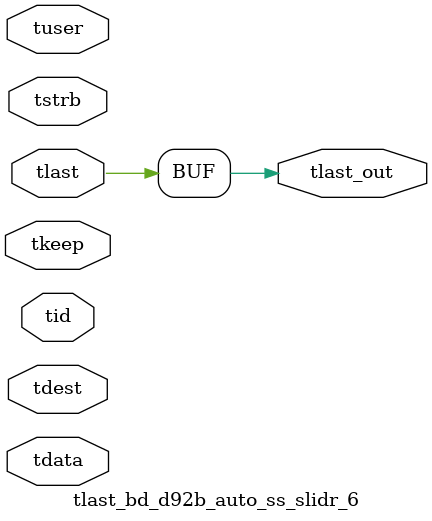
<source format=v>


`timescale 1ps/1ps

module tlast_bd_d92b_auto_ss_slidr_6 #
(
parameter C_S_AXIS_TID_WIDTH   = 1,
parameter C_S_AXIS_TUSER_WIDTH = 0,
parameter C_S_AXIS_TDATA_WIDTH = 0,
parameter C_S_AXIS_TDEST_WIDTH = 0
)
(
input  [(C_S_AXIS_TID_WIDTH   == 0 ? 1 : C_S_AXIS_TID_WIDTH)-1:0       ] tid,
input  [(C_S_AXIS_TDATA_WIDTH == 0 ? 1 : C_S_AXIS_TDATA_WIDTH)-1:0     ] tdata,
input  [(C_S_AXIS_TUSER_WIDTH == 0 ? 1 : C_S_AXIS_TUSER_WIDTH)-1:0     ] tuser,
input  [(C_S_AXIS_TDEST_WIDTH == 0 ? 1 : C_S_AXIS_TDEST_WIDTH)-1:0     ] tdest,
input  [(C_S_AXIS_TDATA_WIDTH/8)-1:0 ] tkeep,
input  [(C_S_AXIS_TDATA_WIDTH/8)-1:0 ] tstrb,
input  [0:0]                                                             tlast,
output                                                                   tlast_out
);

assign tlast_out = {tlast};

endmodule


</source>
